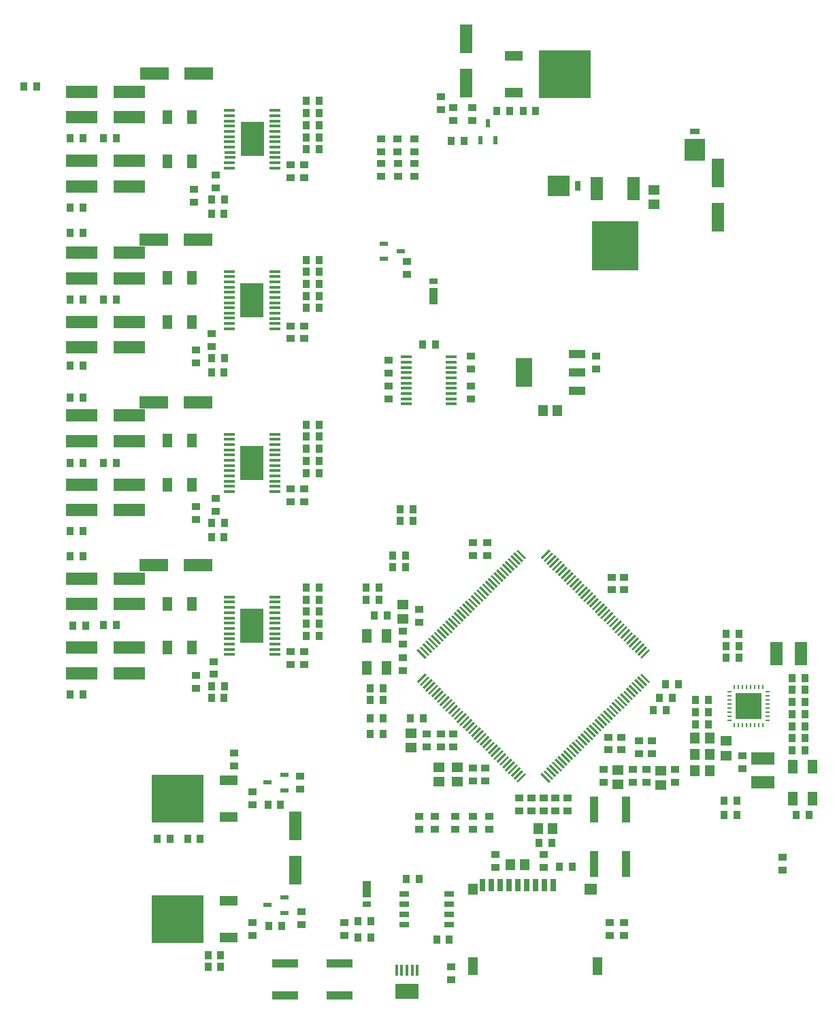
<source format=gtp>
G04 (created by PCBNEW-RS274X (2012-01-19 BZR 3256)-stable) date 19/07/2014 16:24:45*
G01*
G70*
G90*
%MOIN*%
G04 Gerber Fmt 3.4, Leading zero omitted, Abs format*
%FSLAX34Y34*%
G04 APERTURE LIST*
%ADD10C,0.006000*%
%ADD11R,0.114200X0.074800*%
%ADD12R,0.015700X0.053100*%
%ADD13R,0.063000X0.118100*%
%ADD14R,0.228300X0.244100*%
%ADD15R,0.057900X0.016500*%
%ADD16R,0.118100X0.170100*%
%ADD17R,0.039400X0.126000*%
%ADD18R,0.126000X0.039400*%
%ADD19R,0.039400X0.023600*%
%ADD20R,0.023600X0.039400*%
%ADD21R,0.080000X0.144000*%
%ADD22R,0.080000X0.040000*%
%ADD23R,0.141700X0.063000*%
%ADD24R,0.063000X0.141700*%
%ADD25R,0.037400X0.039400*%
%ADD26R,0.039400X0.037400*%
%ADD27R,0.045300X0.070900*%
%ADD28R,0.045300X0.057100*%
%ADD29R,0.057100X0.045300*%
%ADD30R,0.090600X0.051200*%
%ADD31R,0.255900X0.232300*%
%ADD32R,0.114200X0.059100*%
%ADD33R,0.059100X0.114200*%
%ADD34R,0.043300X0.078700*%
%ADD35R,0.043300X0.031500*%
%ADD36R,0.047200X0.086600*%
%ADD37R,0.047200X0.055100*%
%ADD38R,0.063000X0.055100*%
%ADD39R,0.027600X0.063000*%
%ADD40R,0.050000X0.025000*%
%ADD41R,0.009800X0.023600*%
%ADD42R,0.023600X0.009800*%
%ADD43R,0.129900X0.129900*%
%ADD44R,0.100000X0.105100*%
%ADD45R,0.050000X0.030000*%
%ADD46R,0.105100X0.100000*%
%ADD47R,0.030000X0.050000*%
%ADD48R,0.047200X0.070900*%
%ADD49R,0.153500X0.059800*%
G04 APERTURE END LIST*
G54D10*
G54D11*
X19781Y00787D03*
G54D12*
X19781Y01840D03*
X19525Y01840D03*
X19269Y01840D03*
X20037Y01840D03*
X20293Y01840D03*
G54D13*
X30890Y40115D03*
G54D14*
X29990Y37288D03*
G54D13*
X29090Y40115D03*
G54D15*
X13303Y34515D03*
X13303Y34771D03*
X13303Y35027D03*
X13303Y35283D03*
X11101Y33751D03*
X13303Y33747D03*
X13303Y34003D03*
X13303Y34259D03*
X11099Y35539D03*
X11099Y35283D03*
X11099Y35027D03*
X11099Y34771D03*
X11099Y34515D03*
X11099Y34259D03*
X13303Y35539D03*
X11101Y34003D03*
X13303Y33491D03*
X13303Y35795D03*
X11099Y35795D03*
X11099Y33491D03*
X13303Y33236D03*
X13303Y36050D03*
X11099Y36050D03*
X11099Y33236D03*
G54D16*
X12201Y34643D03*
G54D15*
X13302Y26542D03*
X13302Y26798D03*
X13302Y27054D03*
X13302Y27310D03*
X11100Y25778D03*
X13302Y25774D03*
X13302Y26030D03*
X13302Y26286D03*
X11098Y27566D03*
X11098Y27310D03*
X11098Y27054D03*
X11098Y26798D03*
X11098Y26542D03*
X11098Y26286D03*
X13302Y27566D03*
X11100Y26030D03*
X13302Y25518D03*
X13302Y27822D03*
X11098Y27822D03*
X11098Y25518D03*
X13302Y25263D03*
X13302Y28077D03*
X11098Y28077D03*
X11098Y25263D03*
G54D16*
X12200Y26670D03*
G54D15*
X13302Y18571D03*
X13302Y18827D03*
X13302Y19083D03*
X13302Y19339D03*
X11100Y17807D03*
X13302Y17803D03*
X13302Y18059D03*
X13302Y18315D03*
X11098Y19595D03*
X11098Y19339D03*
X11098Y19083D03*
X11098Y18827D03*
X11098Y18571D03*
X11098Y18315D03*
X13302Y19595D03*
X11100Y18059D03*
X13302Y17547D03*
X13302Y19851D03*
X11098Y19851D03*
X11098Y17547D03*
X13302Y17292D03*
X13302Y20106D03*
X11098Y20106D03*
X11098Y17292D03*
G54D16*
X12200Y18699D03*
G54D15*
X13304Y42391D03*
X13304Y42647D03*
X13304Y42903D03*
X13304Y43159D03*
X11102Y41627D03*
X13304Y41623D03*
X13304Y41879D03*
X13304Y42135D03*
X11100Y43415D03*
X11100Y43159D03*
X11100Y42903D03*
X11100Y42647D03*
X11100Y42391D03*
X11100Y42135D03*
X13304Y43415D03*
X11102Y41879D03*
X13304Y41367D03*
X13304Y43671D03*
X11100Y43671D03*
X11100Y41367D03*
X13304Y41112D03*
X13304Y43926D03*
X11100Y43926D03*
X11100Y41112D03*
G54D16*
X12202Y42519D03*
G54D15*
X19762Y30837D03*
X19762Y30581D03*
X19762Y30325D03*
X19762Y30069D03*
X21964Y31601D03*
X19762Y31605D03*
X19762Y31349D03*
X19762Y31093D03*
X21966Y29813D03*
X21966Y30069D03*
X21966Y30325D03*
X21966Y30581D03*
X21966Y30837D03*
X21966Y31093D03*
X19762Y29813D03*
X21964Y31349D03*
X19762Y31861D03*
X19762Y29557D03*
X21966Y29557D03*
X21966Y31861D03*
G54D17*
X30509Y07027D03*
X30509Y09705D03*
X28935Y09705D03*
X28935Y07027D03*
G54D18*
X13816Y00591D03*
X16494Y00591D03*
X16494Y02165D03*
X13816Y02165D03*
G54D19*
X13800Y04645D03*
X12968Y05020D03*
X13800Y05395D03*
X13800Y10649D03*
X12968Y11024D03*
X13800Y11399D03*
G54D20*
X23383Y42478D03*
X23758Y43310D03*
X24133Y42478D03*
G54D21*
X25509Y31106D03*
G54D22*
X28109Y31106D03*
X28109Y32006D03*
X28109Y30206D03*
G54D23*
X09577Y45748D03*
X07411Y45748D03*
X09546Y21654D03*
X07380Y21654D03*
X09546Y37598D03*
X07380Y37598D03*
X09546Y29626D03*
X07380Y29626D03*
G54D24*
X35029Y40855D03*
X35029Y38689D03*
G54D25*
X35411Y18307D03*
X36041Y18307D03*
X39288Y16142D03*
X38658Y16142D03*
X39288Y15551D03*
X38658Y15551D03*
X35411Y17717D03*
X36041Y17717D03*
X35411Y17126D03*
X36041Y17126D03*
X39288Y14370D03*
X38658Y14370D03*
X39288Y14961D03*
X38658Y14961D03*
X33934Y14469D03*
X34564Y14469D03*
X33934Y15059D03*
X34564Y15059D03*
X38658Y13189D03*
X39288Y13189D03*
G54D26*
X22045Y43445D03*
X22045Y44075D03*
X22990Y43445D03*
X22990Y44075D03*
X12202Y09921D03*
X12202Y10551D03*
X18896Y29803D03*
X18896Y30433D03*
X20372Y09370D03*
X20372Y08740D03*
G54D25*
X20096Y23819D03*
X19466Y23819D03*
G54D26*
X16731Y03524D03*
X16731Y04154D03*
G54D25*
X17990Y14173D03*
X18620Y14173D03*
X17990Y13386D03*
X18620Y13386D03*
X39289Y13780D03*
X38659Y13780D03*
X33934Y13878D03*
X34564Y13878D03*
G54D26*
X29722Y04154D03*
X29722Y03524D03*
X30411Y03524D03*
X30411Y04154D03*
G54D25*
X13601Y09942D03*
X12971Y09942D03*
X13640Y04016D03*
X13010Y04016D03*
G54D26*
X12222Y04154D03*
X12222Y03524D03*
X18896Y31713D03*
X18896Y31083D03*
G54D25*
X19703Y21555D03*
X19073Y21555D03*
G54D26*
X31159Y12441D03*
X31159Y13071D03*
G54D25*
X18423Y19980D03*
X17793Y19980D03*
X38856Y09449D03*
X39486Y09449D03*
X39289Y12598D03*
X38659Y12598D03*
X35313Y10138D03*
X35943Y10138D03*
X35313Y09449D03*
X35943Y09449D03*
X19703Y22146D03*
X19073Y22146D03*
X20096Y24409D03*
X19466Y24409D03*
G54D26*
X31789Y12441D03*
X31789Y13071D03*
G54D25*
X18423Y20571D03*
X17793Y20571D03*
G54D26*
X09447Y31575D03*
X09447Y32205D03*
G54D25*
X15470Y35433D03*
X14840Y35433D03*
X14841Y34839D03*
X15471Y34839D03*
X18620Y15650D03*
X17990Y15650D03*
X14840Y34252D03*
X15470Y34252D03*
G54D26*
X14762Y33382D03*
X14762Y32752D03*
G54D25*
X14840Y36024D03*
X15470Y36024D03*
G54D26*
X14073Y32752D03*
X14073Y33382D03*
X09447Y15630D03*
X09447Y16260D03*
G54D25*
X15470Y19390D03*
X14840Y19390D03*
X14839Y18796D03*
X15469Y18796D03*
G54D26*
X21159Y09370D03*
X21159Y08740D03*
G54D25*
X14840Y18209D03*
X15470Y18209D03*
G54D26*
X14760Y17438D03*
X14760Y16808D03*
G54D25*
X14840Y19980D03*
X15470Y19980D03*
G54D26*
X14071Y16808D03*
X14071Y17438D03*
X09348Y39449D03*
X09348Y40079D03*
G54D25*
X15470Y43209D03*
X14840Y43209D03*
X14842Y42617D03*
X15472Y42617D03*
X14840Y42028D03*
X15470Y42028D03*
G54D26*
X14763Y41258D03*
X14763Y40628D03*
G54D25*
X14840Y43799D03*
X15470Y43799D03*
G54D26*
X14074Y40628D03*
X14074Y41258D03*
X09447Y23898D03*
X09447Y24528D03*
G54D25*
X15470Y27362D03*
X14840Y27362D03*
X14840Y26768D03*
X15470Y26768D03*
X14840Y26181D03*
X15470Y26181D03*
G54D26*
X14761Y25410D03*
X14761Y24780D03*
G54D25*
X14840Y27953D03*
X15470Y27953D03*
G54D26*
X14072Y24780D03*
X14072Y25410D03*
X22144Y09370D03*
X22144Y08740D03*
G54D27*
X09250Y41437D03*
X08068Y41437D03*
G54D28*
X33895Y12402D03*
X34603Y12402D03*
X33895Y13189D03*
X34603Y13189D03*
G54D25*
X17400Y03445D03*
X18015Y03445D03*
G54D29*
X35431Y13052D03*
X35431Y12344D03*
G54D28*
X26435Y29248D03*
X27143Y29248D03*
G54D27*
X09250Y25591D03*
X08068Y25591D03*
X09250Y27756D03*
X08068Y27756D03*
X09250Y43602D03*
X08068Y43602D03*
X09250Y33563D03*
X08068Y33563D03*
X09250Y17618D03*
X08068Y17618D03*
X09250Y35728D03*
X08068Y35728D03*
X09250Y19783D03*
X08068Y19783D03*
G54D26*
X22932Y31279D03*
X22932Y31909D03*
G54D30*
X11063Y03431D03*
G54D31*
X08563Y04331D03*
G54D30*
X11063Y05231D03*
X11061Y09336D03*
G54D31*
X08561Y10236D03*
G54D30*
X11061Y11136D03*
X25018Y46609D03*
G54D31*
X27518Y45709D03*
G54D30*
X25018Y44809D03*
G54D25*
X08187Y08268D03*
X07557Y08268D03*
X10667Y02003D03*
X10037Y02003D03*
X24821Y43898D03*
X24191Y43898D03*
X10052Y02578D03*
X10667Y02578D03*
X09663Y08268D03*
X09048Y08268D03*
X26100Y43898D03*
X25485Y43898D03*
G54D26*
X22932Y30432D03*
X22932Y29802D03*
X36218Y12323D03*
X36218Y11693D03*
G54D32*
X37203Y12205D03*
X37203Y11023D03*
G54D33*
X37891Y17323D03*
X39073Y17323D03*
G54D28*
X34604Y11614D03*
X33896Y11614D03*
G54D25*
X10844Y31791D03*
X10214Y31791D03*
X10844Y39567D03*
X10214Y39567D03*
X10844Y15748D03*
X10214Y15748D03*
X10844Y23720D03*
X10214Y23720D03*
X10214Y31102D03*
X10829Y31102D03*
X10214Y38878D03*
X10829Y38878D03*
X10214Y15157D03*
X10829Y15157D03*
X10214Y23031D03*
X10829Y23031D03*
X14840Y28543D03*
X15470Y28543D03*
X14840Y44390D03*
X15470Y44390D03*
X14840Y36614D03*
X15470Y36614D03*
X14840Y20571D03*
X15470Y20571D03*
G54D28*
X25549Y06988D03*
X24841Y06988D03*
G54D34*
X17813Y05807D03*
G54D35*
X17813Y05059D03*
G54D36*
X23030Y02027D03*
X29132Y02027D03*
G54D37*
X23030Y05807D03*
G54D38*
X28778Y05807D03*
G54D39*
X26947Y06004D03*
X26514Y06004D03*
X26081Y06004D03*
X25648Y06004D03*
X25215Y06004D03*
X24782Y06004D03*
X24349Y06004D03*
X23916Y06004D03*
X23483Y06004D03*
G54D26*
X32911Y11024D03*
X32911Y11654D03*
X30864Y11024D03*
X30864Y11654D03*
G54D25*
X18187Y19193D03*
X18817Y19193D03*
G54D26*
X27655Y10256D03*
X27655Y09626D03*
G54D25*
X26258Y08071D03*
X26888Y08071D03*
G54D26*
X20766Y13406D03*
X20766Y12776D03*
G54D10*
G36*
X25554Y21955D02*
X25137Y22372D01*
X25214Y22449D01*
X25631Y22032D01*
X25554Y21955D01*
X25554Y21955D01*
G37*
G36*
X25414Y21816D02*
X24997Y22233D01*
X25074Y22310D01*
X25491Y21893D01*
X25414Y21816D01*
X25414Y21816D01*
G37*
G36*
X25275Y21677D02*
X24858Y22094D01*
X24935Y22171D01*
X25352Y21754D01*
X25275Y21677D01*
X25275Y21677D01*
G37*
G36*
X25136Y21537D02*
X24719Y21954D01*
X24796Y22031D01*
X25213Y21614D01*
X25136Y21537D01*
X25136Y21537D01*
G37*
G36*
X24997Y21398D02*
X24580Y21815D01*
X24657Y21892D01*
X25074Y21475D01*
X24997Y21398D01*
X24997Y21398D01*
G37*
G36*
X24858Y21259D02*
X24441Y21676D01*
X24518Y21753D01*
X24935Y21336D01*
X24858Y21259D01*
X24858Y21259D01*
G37*
G36*
X24719Y21120D02*
X24302Y21537D01*
X24379Y21614D01*
X24796Y21197D01*
X24719Y21120D01*
X24719Y21120D01*
G37*
G36*
X24579Y20981D02*
X24162Y21398D01*
X24239Y21475D01*
X24656Y21058D01*
X24579Y20981D01*
X24579Y20981D01*
G37*
G36*
X24440Y20841D02*
X24023Y21258D01*
X24100Y21335D01*
X24517Y20918D01*
X24440Y20841D01*
X24440Y20841D01*
G37*
G36*
X24301Y20702D02*
X23884Y21119D01*
X23961Y21196D01*
X24378Y20779D01*
X24301Y20702D01*
X24301Y20702D01*
G37*
G36*
X24161Y20563D02*
X23744Y20980D01*
X23821Y21057D01*
X24238Y20640D01*
X24161Y20563D01*
X24161Y20563D01*
G37*
G36*
X24023Y20424D02*
X23606Y20841D01*
X23683Y20918D01*
X24100Y20501D01*
X24023Y20424D01*
X24023Y20424D01*
G37*
G36*
X23884Y20285D02*
X23467Y20702D01*
X23544Y20779D01*
X23961Y20362D01*
X23884Y20285D01*
X23884Y20285D01*
G37*
G36*
X23744Y20146D02*
X23327Y20563D01*
X23404Y20640D01*
X23821Y20223D01*
X23744Y20146D01*
X23744Y20146D01*
G37*
G36*
X23605Y20006D02*
X23188Y20423D01*
X23265Y20500D01*
X23682Y20083D01*
X23605Y20006D01*
X23605Y20006D01*
G37*
G36*
X23466Y19867D02*
X23049Y20284D01*
X23126Y20361D01*
X23543Y19944D01*
X23466Y19867D01*
X23466Y19867D01*
G37*
G36*
X23326Y19728D02*
X22909Y20145D01*
X22986Y20222D01*
X23403Y19805D01*
X23326Y19728D01*
X23326Y19728D01*
G37*
G36*
X23187Y19588D02*
X22770Y20005D01*
X22847Y20082D01*
X23264Y19665D01*
X23187Y19588D01*
X23187Y19588D01*
G37*
G36*
X23049Y19450D02*
X22632Y19867D01*
X22709Y19944D01*
X23126Y19527D01*
X23049Y19450D01*
X23049Y19450D01*
G37*
G36*
X22909Y19311D02*
X22492Y19728D01*
X22569Y19805D01*
X22986Y19388D01*
X22909Y19311D01*
X22909Y19311D01*
G37*
G36*
X22770Y19171D02*
X22353Y19588D01*
X22430Y19665D01*
X22847Y19248D01*
X22770Y19171D01*
X22770Y19171D01*
G37*
G36*
X22631Y19032D02*
X22214Y19449D01*
X22291Y19526D01*
X22708Y19109D01*
X22631Y19032D01*
X22631Y19032D01*
G37*
G36*
X22491Y18893D02*
X22074Y19310D01*
X22151Y19387D01*
X22568Y18970D01*
X22491Y18893D01*
X22491Y18893D01*
G37*
G36*
X22352Y18753D02*
X21935Y19170D01*
X22012Y19247D01*
X22429Y18830D01*
X22352Y18753D01*
X22352Y18753D01*
G37*
G36*
X22213Y18614D02*
X21796Y19031D01*
X21873Y19108D01*
X22290Y18691D01*
X22213Y18614D01*
X22213Y18614D01*
G37*
G36*
X22074Y18476D02*
X21657Y18893D01*
X21734Y18970D01*
X22151Y18553D01*
X22074Y18476D01*
X22074Y18476D01*
G37*
G36*
X21935Y18336D02*
X21518Y18753D01*
X21595Y18830D01*
X22012Y18413D01*
X21935Y18336D01*
X21935Y18336D01*
G37*
G36*
X21796Y18197D02*
X21379Y18614D01*
X21456Y18691D01*
X21873Y18274D01*
X21796Y18197D01*
X21796Y18197D01*
G37*
G36*
X21656Y18058D02*
X21239Y18475D01*
X21316Y18552D01*
X21733Y18135D01*
X21656Y18058D01*
X21656Y18058D01*
G37*
G36*
X21517Y17918D02*
X21100Y18335D01*
X21177Y18412D01*
X21594Y17995D01*
X21517Y17918D01*
X21517Y17918D01*
G37*
G36*
X21378Y17779D02*
X20961Y18196D01*
X21038Y18273D01*
X21455Y17856D01*
X21378Y17779D01*
X21378Y17779D01*
G37*
G36*
X21239Y17640D02*
X20822Y18057D01*
X20899Y18134D01*
X21316Y17717D01*
X21239Y17640D01*
X21239Y17640D01*
G37*
G36*
X21100Y17501D02*
X20683Y17918D01*
X20760Y17995D01*
X21177Y17578D01*
X21100Y17501D01*
X21100Y17501D01*
G37*
G36*
X20960Y17362D02*
X20543Y17779D01*
X20620Y17856D01*
X21037Y17439D01*
X20960Y17362D01*
X20960Y17362D01*
G37*
G36*
X20821Y17223D02*
X20404Y17640D01*
X20481Y17717D01*
X20898Y17300D01*
X20821Y17223D01*
X20821Y17223D01*
G37*
G36*
X20682Y17083D02*
X20265Y17500D01*
X20342Y17577D01*
X20759Y17160D01*
X20682Y17083D01*
X20682Y17083D01*
G37*
G36*
X26750Y11015D02*
X26333Y11432D01*
X26410Y11509D01*
X26827Y11092D01*
X26750Y11015D01*
X26750Y11015D01*
G37*
G36*
X26890Y11154D02*
X26473Y11571D01*
X26550Y11648D01*
X26967Y11231D01*
X26890Y11154D01*
X26890Y11154D01*
G37*
G36*
X27029Y11293D02*
X26612Y11710D01*
X26689Y11787D01*
X27106Y11370D01*
X27029Y11293D01*
X27029Y11293D01*
G37*
G36*
X27168Y11433D02*
X26751Y11850D01*
X26828Y11927D01*
X27245Y11510D01*
X27168Y11433D01*
X27168Y11433D01*
G37*
G36*
X27307Y11572D02*
X26890Y11989D01*
X26967Y12066D01*
X27384Y11649D01*
X27307Y11572D01*
X27307Y11572D01*
G37*
G36*
X27446Y11711D02*
X27029Y12128D01*
X27106Y12205D01*
X27523Y11788D01*
X27446Y11711D01*
X27446Y11711D01*
G37*
G36*
X27585Y11850D02*
X27168Y12267D01*
X27245Y12344D01*
X27662Y11927D01*
X27585Y11850D01*
X27585Y11850D01*
G37*
G36*
X27725Y11989D02*
X27308Y12406D01*
X27385Y12483D01*
X27802Y12066D01*
X27725Y11989D01*
X27725Y11989D01*
G37*
G36*
X27864Y12129D02*
X27447Y12546D01*
X27524Y12623D01*
X27941Y12206D01*
X27864Y12129D01*
X27864Y12129D01*
G37*
G36*
X28003Y12268D02*
X27586Y12685D01*
X27663Y12762D01*
X28080Y12345D01*
X28003Y12268D01*
X28003Y12268D01*
G37*
G36*
X28143Y12407D02*
X27726Y12824D01*
X27803Y12901D01*
X28220Y12484D01*
X28143Y12407D01*
X28143Y12407D01*
G37*
G36*
X28281Y12546D02*
X27864Y12963D01*
X27941Y13040D01*
X28358Y12623D01*
X28281Y12546D01*
X28281Y12546D01*
G37*
G36*
X28420Y12685D02*
X28003Y13102D01*
X28080Y13179D01*
X28497Y12762D01*
X28420Y12685D01*
X28420Y12685D01*
G37*
G36*
X28560Y12824D02*
X28143Y13241D01*
X28220Y13318D01*
X28637Y12901D01*
X28560Y12824D01*
X28560Y12824D01*
G37*
G36*
X28699Y12964D02*
X28282Y13381D01*
X28359Y13458D01*
X28776Y13041D01*
X28699Y12964D01*
X28699Y12964D01*
G37*
G36*
X28838Y13103D02*
X28421Y13520D01*
X28498Y13597D01*
X28915Y13180D01*
X28838Y13103D01*
X28838Y13103D01*
G37*
G36*
X28978Y13242D02*
X28561Y13659D01*
X28638Y13736D01*
X29055Y13319D01*
X28978Y13242D01*
X28978Y13242D01*
G37*
G36*
X29117Y13382D02*
X28700Y13799D01*
X28777Y13876D01*
X29194Y13459D01*
X29117Y13382D01*
X29117Y13382D01*
G37*
G36*
X29255Y13520D02*
X28838Y13937D01*
X28915Y14014D01*
X29332Y13597D01*
X29255Y13520D01*
X29255Y13520D01*
G37*
G36*
X29395Y13659D02*
X28978Y14076D01*
X29055Y14153D01*
X29472Y13736D01*
X29395Y13659D01*
X29395Y13659D01*
G37*
G36*
X29534Y13799D02*
X29117Y14216D01*
X29194Y14293D01*
X29611Y13876D01*
X29534Y13799D01*
X29534Y13799D01*
G37*
G36*
X29673Y13938D02*
X29256Y14355D01*
X29333Y14432D01*
X29750Y14015D01*
X29673Y13938D01*
X29673Y13938D01*
G37*
G36*
X29813Y14077D02*
X29396Y14494D01*
X29473Y14571D01*
X29890Y14154D01*
X29813Y14077D01*
X29813Y14077D01*
G37*
G36*
X29952Y14217D02*
X29535Y14634D01*
X29612Y14711D01*
X30029Y14294D01*
X29952Y14217D01*
X29952Y14217D01*
G37*
G36*
X30091Y14356D02*
X29674Y14773D01*
X29751Y14850D01*
X30168Y14433D01*
X30091Y14356D01*
X30091Y14356D01*
G37*
G36*
X30230Y14494D02*
X29813Y14911D01*
X29890Y14988D01*
X30307Y14571D01*
X30230Y14494D01*
X30230Y14494D01*
G37*
G36*
X30369Y14634D02*
X29952Y15051D01*
X30029Y15128D01*
X30446Y14711D01*
X30369Y14634D01*
X30369Y14634D01*
G37*
G36*
X30508Y14773D02*
X30091Y15190D01*
X30168Y15267D01*
X30585Y14850D01*
X30508Y14773D01*
X30508Y14773D01*
G37*
G36*
X30648Y14912D02*
X30231Y15329D01*
X30308Y15406D01*
X30725Y14989D01*
X30648Y14912D01*
X30648Y14912D01*
G37*
G36*
X30787Y15052D02*
X30370Y15469D01*
X30447Y15546D01*
X30864Y15129D01*
X30787Y15052D01*
X30787Y15052D01*
G37*
G36*
X30926Y15191D02*
X30509Y15608D01*
X30586Y15685D01*
X31003Y15268D01*
X30926Y15191D01*
X30926Y15191D01*
G37*
G36*
X31065Y15330D02*
X30648Y15747D01*
X30725Y15824D01*
X31142Y15407D01*
X31065Y15330D01*
X31065Y15330D01*
G37*
G36*
X31204Y15469D02*
X30787Y15886D01*
X30864Y15963D01*
X31281Y15546D01*
X31204Y15469D01*
X31204Y15469D01*
G37*
G36*
X31344Y15608D02*
X30927Y16025D01*
X31004Y16102D01*
X31421Y15685D01*
X31344Y15608D01*
X31344Y15608D01*
G37*
G36*
X31483Y15747D02*
X31066Y16164D01*
X31143Y16241D01*
X31560Y15824D01*
X31483Y15747D01*
X31483Y15747D01*
G37*
G36*
X31622Y15887D02*
X31205Y16304D01*
X31282Y16381D01*
X31699Y15964D01*
X31622Y15887D01*
X31622Y15887D01*
G37*
G36*
X20342Y15887D02*
X20265Y15964D01*
X20682Y16381D01*
X20759Y16304D01*
X20342Y15887D01*
X20342Y15887D01*
G37*
G36*
X20481Y15747D02*
X20404Y15824D01*
X20821Y16241D01*
X20898Y16164D01*
X20481Y15747D01*
X20481Y15747D01*
G37*
G36*
X20620Y15608D02*
X20543Y15685D01*
X20960Y16102D01*
X21037Y16025D01*
X20620Y15608D01*
X20620Y15608D01*
G37*
G36*
X20760Y15469D02*
X20683Y15546D01*
X21100Y15963D01*
X21177Y15886D01*
X20760Y15469D01*
X20760Y15469D01*
G37*
G36*
X20899Y15330D02*
X20822Y15407D01*
X21239Y15824D01*
X21316Y15747D01*
X20899Y15330D01*
X20899Y15330D01*
G37*
G36*
X21038Y15191D02*
X20961Y15268D01*
X21378Y15685D01*
X21455Y15608D01*
X21038Y15191D01*
X21038Y15191D01*
G37*
G36*
X21177Y15052D02*
X21100Y15129D01*
X21517Y15546D01*
X21594Y15469D01*
X21177Y15052D01*
X21177Y15052D01*
G37*
G36*
X21316Y14912D02*
X21239Y14989D01*
X21656Y15406D01*
X21733Y15329D01*
X21316Y14912D01*
X21316Y14912D01*
G37*
G36*
X21456Y14773D02*
X21379Y14850D01*
X21796Y15267D01*
X21873Y15190D01*
X21456Y14773D01*
X21456Y14773D01*
G37*
G36*
X21595Y14634D02*
X21518Y14711D01*
X21935Y15128D01*
X22012Y15051D01*
X21595Y14634D01*
X21595Y14634D01*
G37*
G36*
X21734Y14494D02*
X21657Y14571D01*
X22074Y14988D01*
X22151Y14911D01*
X21734Y14494D01*
X21734Y14494D01*
G37*
G36*
X21873Y14356D02*
X21796Y14433D01*
X22213Y14850D01*
X22290Y14773D01*
X21873Y14356D01*
X21873Y14356D01*
G37*
G36*
X22012Y14217D02*
X21935Y14294D01*
X22352Y14711D01*
X22429Y14634D01*
X22012Y14217D01*
X22012Y14217D01*
G37*
G36*
X22151Y14077D02*
X22074Y14154D01*
X22491Y14571D01*
X22568Y14494D01*
X22151Y14077D01*
X22151Y14077D01*
G37*
G36*
X22291Y13938D02*
X22214Y14015D01*
X22631Y14432D01*
X22708Y14355D01*
X22291Y13938D01*
X22291Y13938D01*
G37*
G36*
X22430Y13799D02*
X22353Y13876D01*
X22770Y14293D01*
X22847Y14216D01*
X22430Y13799D01*
X22430Y13799D01*
G37*
G36*
X22569Y13659D02*
X22492Y13736D01*
X22909Y14153D01*
X22986Y14076D01*
X22569Y13659D01*
X22569Y13659D01*
G37*
G36*
X22709Y13520D02*
X22632Y13597D01*
X23049Y14014D01*
X23126Y13937D01*
X22709Y13520D01*
X22709Y13520D01*
G37*
G36*
X22847Y13382D02*
X22770Y13459D01*
X23187Y13876D01*
X23264Y13799D01*
X22847Y13382D01*
X22847Y13382D01*
G37*
G36*
X22986Y13242D02*
X22909Y13319D01*
X23326Y13736D01*
X23403Y13659D01*
X22986Y13242D01*
X22986Y13242D01*
G37*
G36*
X23126Y13103D02*
X23049Y13180D01*
X23466Y13597D01*
X23543Y13520D01*
X23126Y13103D01*
X23126Y13103D01*
G37*
G36*
X23265Y12964D02*
X23188Y13041D01*
X23605Y13458D01*
X23682Y13381D01*
X23265Y12964D01*
X23265Y12964D01*
G37*
G36*
X23404Y12824D02*
X23327Y12901D01*
X23744Y13318D01*
X23821Y13241D01*
X23404Y12824D01*
X23404Y12824D01*
G37*
G36*
X23544Y12685D02*
X23467Y12762D01*
X23884Y13179D01*
X23961Y13102D01*
X23544Y12685D01*
X23544Y12685D01*
G37*
G36*
X23683Y12546D02*
X23606Y12623D01*
X24023Y13040D01*
X24100Y12963D01*
X23683Y12546D01*
X23683Y12546D01*
G37*
G36*
X23821Y12407D02*
X23744Y12484D01*
X24161Y12901D01*
X24238Y12824D01*
X23821Y12407D01*
X23821Y12407D01*
G37*
G36*
X23961Y12268D02*
X23884Y12345D01*
X24301Y12762D01*
X24378Y12685D01*
X23961Y12268D01*
X23961Y12268D01*
G37*
G36*
X24100Y12129D02*
X24023Y12206D01*
X24440Y12623D01*
X24517Y12546D01*
X24100Y12129D01*
X24100Y12129D01*
G37*
G36*
X24239Y11989D02*
X24162Y12066D01*
X24579Y12483D01*
X24656Y12406D01*
X24239Y11989D01*
X24239Y11989D01*
G37*
G36*
X24379Y11850D02*
X24302Y11927D01*
X24719Y12344D01*
X24796Y12267D01*
X24379Y11850D01*
X24379Y11850D01*
G37*
G36*
X24518Y11711D02*
X24441Y11788D01*
X24858Y12205D01*
X24935Y12128D01*
X24518Y11711D01*
X24518Y11711D01*
G37*
G36*
X24657Y11572D02*
X24580Y11649D01*
X24997Y12066D01*
X25074Y11989D01*
X24657Y11572D01*
X24657Y11572D01*
G37*
G36*
X24796Y11433D02*
X24719Y11510D01*
X25136Y11927D01*
X25213Y11850D01*
X24796Y11433D01*
X24796Y11433D01*
G37*
G36*
X24935Y11293D02*
X24858Y11370D01*
X25275Y11787D01*
X25352Y11710D01*
X24935Y11293D01*
X24935Y11293D01*
G37*
G36*
X25074Y11154D02*
X24997Y11231D01*
X25414Y11648D01*
X25491Y11571D01*
X25074Y11154D01*
X25074Y11154D01*
G37*
G36*
X25214Y11015D02*
X25137Y11092D01*
X25554Y11509D01*
X25631Y11432D01*
X25214Y11015D01*
X25214Y11015D01*
G37*
G36*
X31282Y17083D02*
X31205Y17160D01*
X31622Y17577D01*
X31699Y17500D01*
X31282Y17083D01*
X31282Y17083D01*
G37*
G36*
X31143Y17223D02*
X31066Y17300D01*
X31483Y17717D01*
X31560Y17640D01*
X31143Y17223D01*
X31143Y17223D01*
G37*
G36*
X31004Y17362D02*
X30927Y17439D01*
X31344Y17856D01*
X31421Y17779D01*
X31004Y17362D01*
X31004Y17362D01*
G37*
G36*
X30864Y17501D02*
X30787Y17578D01*
X31204Y17995D01*
X31281Y17918D01*
X30864Y17501D01*
X30864Y17501D01*
G37*
G36*
X30725Y17640D02*
X30648Y17717D01*
X31065Y18134D01*
X31142Y18057D01*
X30725Y17640D01*
X30725Y17640D01*
G37*
G36*
X30586Y17779D02*
X30509Y17856D01*
X30926Y18273D01*
X31003Y18196D01*
X30586Y17779D01*
X30586Y17779D01*
G37*
G36*
X30447Y17918D02*
X30370Y17995D01*
X30787Y18412D01*
X30864Y18335D01*
X30447Y17918D01*
X30447Y17918D01*
G37*
G36*
X30308Y18058D02*
X30231Y18135D01*
X30648Y18552D01*
X30725Y18475D01*
X30308Y18058D01*
X30308Y18058D01*
G37*
G36*
X30168Y18197D02*
X30091Y18274D01*
X30508Y18691D01*
X30585Y18614D01*
X30168Y18197D01*
X30168Y18197D01*
G37*
G36*
X30029Y18336D02*
X29952Y18413D01*
X30369Y18830D01*
X30446Y18753D01*
X30029Y18336D01*
X30029Y18336D01*
G37*
G36*
X29890Y18476D02*
X29813Y18553D01*
X30230Y18970D01*
X30307Y18893D01*
X29890Y18476D01*
X29890Y18476D01*
G37*
G36*
X29751Y18614D02*
X29674Y18691D01*
X30091Y19108D01*
X30168Y19031D01*
X29751Y18614D01*
X29751Y18614D01*
G37*
G36*
X29612Y18753D02*
X29535Y18830D01*
X29952Y19247D01*
X30029Y19170D01*
X29612Y18753D01*
X29612Y18753D01*
G37*
G36*
X29473Y18893D02*
X29396Y18970D01*
X29813Y19387D01*
X29890Y19310D01*
X29473Y18893D01*
X29473Y18893D01*
G37*
G36*
X29333Y19032D02*
X29256Y19109D01*
X29673Y19526D01*
X29750Y19449D01*
X29333Y19032D01*
X29333Y19032D01*
G37*
G36*
X29194Y19171D02*
X29117Y19248D01*
X29534Y19665D01*
X29611Y19588D01*
X29194Y19171D01*
X29194Y19171D01*
G37*
G36*
X29055Y19311D02*
X28978Y19388D01*
X29395Y19805D01*
X29472Y19728D01*
X29055Y19311D01*
X29055Y19311D01*
G37*
G36*
X28915Y19450D02*
X28838Y19527D01*
X29255Y19944D01*
X29332Y19867D01*
X28915Y19450D01*
X28915Y19450D01*
G37*
G36*
X28777Y19588D02*
X28700Y19665D01*
X29117Y20082D01*
X29194Y20005D01*
X28777Y19588D01*
X28777Y19588D01*
G37*
G36*
X28638Y19728D02*
X28561Y19805D01*
X28978Y20222D01*
X29055Y20145D01*
X28638Y19728D01*
X28638Y19728D01*
G37*
G36*
X28498Y19867D02*
X28421Y19944D01*
X28838Y20361D01*
X28915Y20284D01*
X28498Y19867D01*
X28498Y19867D01*
G37*
G36*
X28359Y20006D02*
X28282Y20083D01*
X28699Y20500D01*
X28776Y20423D01*
X28359Y20006D01*
X28359Y20006D01*
G37*
G36*
X28220Y20146D02*
X28143Y20223D01*
X28560Y20640D01*
X28637Y20563D01*
X28220Y20146D01*
X28220Y20146D01*
G37*
G36*
X28080Y20285D02*
X28003Y20362D01*
X28420Y20779D01*
X28497Y20702D01*
X28080Y20285D01*
X28080Y20285D01*
G37*
G36*
X27941Y20424D02*
X27864Y20501D01*
X28281Y20918D01*
X28358Y20841D01*
X27941Y20424D01*
X27941Y20424D01*
G37*
G36*
X27803Y20563D02*
X27726Y20640D01*
X28143Y21057D01*
X28220Y20980D01*
X27803Y20563D01*
X27803Y20563D01*
G37*
G36*
X27663Y20702D02*
X27586Y20779D01*
X28003Y21196D01*
X28080Y21119D01*
X27663Y20702D01*
X27663Y20702D01*
G37*
G36*
X27524Y20841D02*
X27447Y20918D01*
X27864Y21335D01*
X27941Y21258D01*
X27524Y20841D01*
X27524Y20841D01*
G37*
G36*
X27385Y20981D02*
X27308Y21058D01*
X27725Y21475D01*
X27802Y21398D01*
X27385Y20981D01*
X27385Y20981D01*
G37*
G36*
X27245Y21120D02*
X27168Y21197D01*
X27585Y21614D01*
X27662Y21537D01*
X27245Y21120D01*
X27245Y21120D01*
G37*
G36*
X27106Y21259D02*
X27029Y21336D01*
X27446Y21753D01*
X27523Y21676D01*
X27106Y21259D01*
X27106Y21259D01*
G37*
G36*
X26967Y21398D02*
X26890Y21475D01*
X27307Y21892D01*
X27384Y21815D01*
X26967Y21398D01*
X26967Y21398D01*
G37*
G36*
X26828Y21537D02*
X26751Y21614D01*
X27168Y22031D01*
X27245Y21954D01*
X26828Y21537D01*
X26828Y21537D01*
G37*
G36*
X26689Y21677D02*
X26612Y21754D01*
X27029Y22171D01*
X27106Y22094D01*
X26689Y21677D01*
X26689Y21677D01*
G37*
G36*
X26550Y21816D02*
X26473Y21893D01*
X26890Y22310D01*
X26967Y22233D01*
X26550Y21816D01*
X26550Y21816D01*
G37*
G36*
X26410Y21955D02*
X26333Y22032D01*
X26750Y22449D01*
X26827Y22372D01*
X26410Y21955D01*
X26410Y21955D01*
G37*
G54D29*
X21356Y11771D03*
X21356Y11063D03*
X19585Y19036D03*
X19585Y19744D03*
G54D28*
X26219Y08760D03*
X26927Y08760D03*
G54D29*
X19978Y13445D03*
X19978Y12737D03*
X30116Y11634D03*
X30116Y10926D03*
X32222Y11614D03*
X32222Y10906D03*
G54D25*
X31868Y14567D03*
X32498Y14567D03*
X18030Y04232D03*
X17400Y04232D03*
G54D26*
X19585Y17795D03*
X19585Y18425D03*
X19585Y17146D03*
X19585Y16516D03*
X23620Y11732D03*
X23620Y11102D03*
G54D25*
X32163Y15157D03*
X32793Y15157D03*
G54D26*
X29821Y20453D03*
X29821Y21083D03*
X30411Y20453D03*
X30411Y21083D03*
X21455Y13406D03*
X21455Y12776D03*
X23029Y11732D03*
X23029Y11102D03*
X22045Y13406D03*
X22045Y12776D03*
X20372Y18878D03*
X20372Y19508D03*
X23029Y22126D03*
X23029Y22756D03*
G54D25*
X18620Y15059D03*
X17990Y15059D03*
G54D26*
X27065Y10256D03*
X27065Y09626D03*
X23029Y09370D03*
X23029Y08740D03*
X25884Y10256D03*
X25884Y09626D03*
X23718Y22126D03*
X23718Y22756D03*
G54D25*
X20588Y14173D03*
X19958Y14173D03*
G54D26*
X26474Y09626D03*
X26474Y10256D03*
G54D29*
X22242Y11771D03*
X22242Y11063D03*
G54D25*
X20550Y32480D03*
X21180Y32480D03*
G54D40*
X21866Y04073D03*
X21866Y04573D03*
X21866Y05073D03*
X21866Y05573D03*
X19666Y05573D03*
X19666Y05073D03*
X19666Y04573D03*
X19666Y04073D03*
G54D25*
X21238Y03346D03*
X21868Y03346D03*
X19762Y06299D03*
X20392Y06299D03*
G54D26*
X19781Y36535D03*
X19781Y35905D03*
X20155Y41319D03*
X20155Y40689D03*
X19348Y41319D03*
X19348Y40689D03*
G54D41*
X35826Y13820D03*
X36023Y13820D03*
X36220Y13820D03*
X36417Y13820D03*
X36613Y13820D03*
X36810Y13820D03*
X37007Y13820D03*
X37204Y13820D03*
G54D42*
X37460Y14862D03*
X37460Y15058D03*
X37460Y15255D03*
X37460Y15452D03*
G54D43*
X36514Y14764D03*
G54D42*
X37460Y14075D03*
X37460Y14272D03*
X37460Y14469D03*
X37460Y14665D03*
G54D41*
X37202Y15708D03*
X37005Y15709D03*
X36809Y15709D03*
X36612Y15709D03*
X36415Y15709D03*
X36218Y15709D03*
X36021Y15709D03*
X35824Y15709D03*
G54D42*
X35569Y15453D03*
X35569Y15256D03*
X35569Y15059D03*
X35569Y14863D03*
X35569Y14666D03*
X35569Y14469D03*
X35569Y14272D03*
X35569Y14075D03*
G54D25*
X03907Y29870D03*
X03277Y29870D03*
G54D44*
X33896Y41988D03*
G54D45*
X33896Y42914D03*
G54D46*
X27230Y40228D03*
G54D47*
X28156Y40228D03*
G54D26*
X10234Y32362D03*
X10234Y32992D03*
X10431Y40138D03*
X10431Y40768D03*
X10333Y16319D03*
X10333Y16949D03*
X10431Y24291D03*
X10431Y24921D03*
G54D48*
X38699Y11811D03*
X38699Y10237D03*
X39643Y10237D03*
X39643Y11811D03*
X18777Y16634D03*
X18777Y18208D03*
X17833Y18208D03*
X17833Y16634D03*
G54D26*
X25293Y10256D03*
X25293Y09626D03*
X23817Y09370D03*
X23817Y08740D03*
G54D25*
X27242Y06890D03*
X27872Y06890D03*
G54D26*
X26474Y06870D03*
X26474Y07500D03*
G54D25*
X32458Y15846D03*
X33088Y15846D03*
G54D26*
X24112Y06870D03*
X24112Y07500D03*
G54D19*
X18643Y37415D03*
X19475Y37040D03*
X18643Y36665D03*
G54D34*
X21079Y34830D03*
G54D35*
X21079Y35578D03*
G54D25*
X22596Y42441D03*
X21966Y42441D03*
G54D26*
X14565Y10709D03*
X14565Y11339D03*
X14604Y04055D03*
X14604Y04685D03*
X38187Y06732D03*
X38187Y07362D03*
X21966Y01378D03*
X21966Y02008D03*
X31514Y11024D03*
X31514Y11654D03*
X29407Y11024D03*
X29407Y11654D03*
X20155Y41909D03*
X20155Y42524D03*
X19329Y41909D03*
X19329Y42524D03*
X18522Y41909D03*
X18522Y42524D03*
G54D24*
X22695Y47422D03*
X22695Y45256D03*
X14329Y08898D03*
X14329Y06732D03*
G54D25*
X04925Y34663D03*
X05555Y34663D03*
X04915Y42567D03*
X05545Y42567D03*
X03277Y39173D03*
X03907Y39173D03*
X03907Y37929D03*
X03277Y37929D03*
X03278Y34654D03*
X03908Y34654D03*
G54D26*
X21455Y43976D03*
X21455Y44606D03*
G54D25*
X03277Y31433D03*
X03907Y31433D03*
X03907Y22094D03*
X03277Y22094D03*
X03411Y18705D03*
X04041Y18705D03*
X04915Y18720D03*
X05545Y18720D03*
X03277Y15327D03*
X03907Y15327D03*
X03277Y42567D03*
X03907Y42567D03*
G54D26*
X30273Y12618D03*
X30273Y13248D03*
X29045Y31890D03*
X29045Y31260D03*
X11333Y12480D03*
X11333Y11850D03*
G54D29*
X31880Y40042D03*
X31880Y39334D03*
G54D25*
X03277Y26681D03*
X03907Y26681D03*
X04915Y26681D03*
X05545Y26681D03*
X03277Y23346D03*
X03907Y23346D03*
X01645Y45100D03*
X01015Y45100D03*
G54D26*
X18522Y41319D03*
X18522Y40689D03*
X29644Y13248D03*
X29644Y12618D03*
G54D49*
X06183Y21017D03*
X06183Y19765D03*
X03861Y21017D03*
X03861Y19765D03*
X06190Y17633D03*
X06190Y16381D03*
X03868Y17633D03*
X03868Y16381D03*
X06183Y33576D03*
X06183Y32324D03*
X03861Y33576D03*
X03861Y32324D03*
X06183Y36962D03*
X06183Y35710D03*
X03861Y36962D03*
X03861Y35710D03*
X06183Y41452D03*
X06183Y40200D03*
X03861Y41452D03*
X03861Y40200D03*
X06183Y44838D03*
X06183Y43586D03*
X03861Y44838D03*
X03861Y43586D03*
X06183Y25603D03*
X06183Y24351D03*
X03861Y25603D03*
X03861Y24351D03*
X06183Y28989D03*
X06183Y27737D03*
X03861Y28989D03*
X03861Y27737D03*
M02*

</source>
